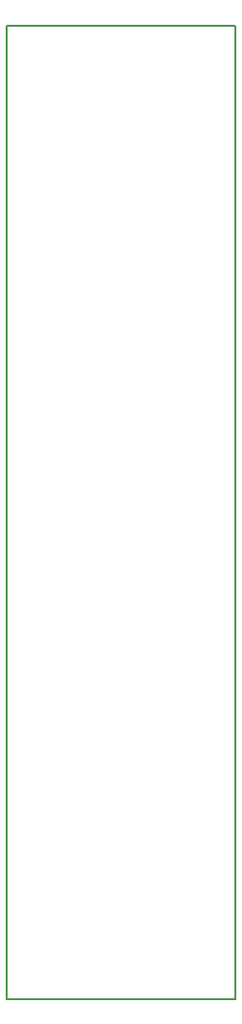
<source format=gm1>
G04 #@! TF.FileFunction,Profile,NP*
%FSLAX46Y46*%
G04 Gerber Fmt 4.6, Leading zero omitted, Abs format (unit mm)*
G04 Created by KiCad (PCBNEW 4.0.4+e1-6308~48~ubuntu14.04.1-stable) date Sun Nov 27 15:18:37 2016*
%MOMM*%
%LPD*%
G01*
G04 APERTURE LIST*
%ADD10C,0.350000*%
%ADD11C,0.150000*%
G04 APERTURE END LIST*
D10*
D11*
X55880000Y-21590000D02*
X35560000Y-21590000D01*
X35560000Y-107950000D02*
X35560000Y-21590000D01*
X55880000Y-107950000D02*
X35560000Y-107950000D01*
X55880000Y-21590000D02*
X55880000Y-107950000D01*
M02*

</source>
